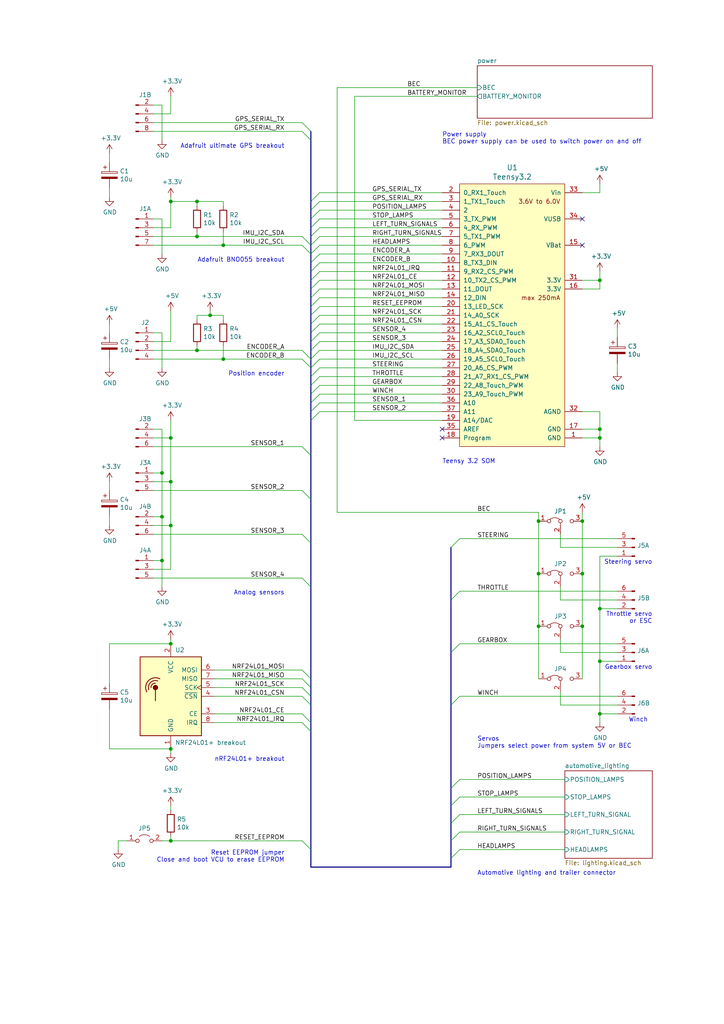
<source format=kicad_sch>
(kicad_sch (version 20211123) (generator eeschema)
  (paper "A4" portrait)
  (title_block (title "Earth Rover") (date "2020-08-05") (rev "9") (company "Vijfendertig BVBA") (comment 1 "Maarten De Munck") (comment 2 "Vehicle Control Unit"))
  (lib_symbols
    (symbol "Connector:Conn_01x04_Male" (pin_names (offset 1.016) hide)
      (property "Reference" "J" (at 0 5.08 0))
      (property "Value" "Conn_01x04_Male" (at 0 -7.62 0))
      (symbol "Conn_01x04_Male_1_1"
        (polyline (pts (xy 1.27 -5.08) (xy 0.8636 -5.08)) (stroke (width 0.1524)))
        (polyline (pts (xy 1.27 -2.54) (xy 0.8636 -2.54)) (stroke (width 0.1524)))
        (polyline (pts (xy 1.27 0) (xy 0.8636 0)) (stroke (width 0.1524)))
        (polyline (pts (xy 1.27 2.54) (xy 0.8636 2.54)) (stroke (width 0.1524)))
        (rectangle (start 0.8636 -4.953) (end 0 -5.207) (stroke (width 0.1524)) (fill (type outline)))
        (rectangle (start 0.8636 -2.413) (end 0 -2.667) (stroke (width 0.1524)) (fill (type outline)))
        (rectangle (start 0.8636 0.127) (end 0 -0.127) (stroke (width 0.1524)) (fill (type outline)))
        (rectangle (start 0.8636 2.667) (end 0 2.413) (stroke (width 0.1524)) (fill (type outline)))
        (pin passive line (at 5.08 2.54 180) (length 3.81) (name "Pin_1") (number "1"))
        (pin passive line (at 5.08 0 180) (length 3.81) (name "Pin_2") (number "2"))
        (pin passive line (at 5.08 -2.54 180) (length 3.81) (name "Pin_3") (number "3"))
        (pin passive line (at 5.08 -5.08 180) (length 3.81) (name "Pin_4") (number "4"))
      )
    )
    (symbol "Device:C_Polarized" (pin_numbers hide) (pin_names (offset 0.254))
      (property "Reference" "C" (at 0.635 2.54 0))
      (property "Value" "C_Polarized" (at 0.635 -2.54 0))
      (symbol "C_Polarized_0_1"
        (rectangle (start -2.286 0.508) (end 2.286 1.016))
        (polyline (pts (xy -1.778 2.286) (xy -0.762 2.286)))
        (polyline (pts (xy -1.27 2.794) (xy -1.27 1.778)))
        (rectangle (start 2.286 -0.508) (end -2.286 -1.016) (fill (type outline)))
      )
      (symbol "C_Polarized_1_1"
        (pin passive line (at 0 3.81 270) (length 2.794) (name "~") (number "1"))
        (pin passive line (at 0 -3.81 90) (length 2.794) (name "~") (number "2"))
      )
    )
    (symbol "Device:R" (pin_numbers hide) (pin_names (offset 0))
      (property "Reference" "R" (at 2.032 0 90))
      (property "Value" "R" (at 0 0 90))
      (symbol "R_0_1"
        (rectangle (start -1.016 -2.54) (end 1.016 2.54) (stroke (width 0.254)))
      )
      (symbol "R_1_1"
        (pin passive line (at 0 3.81 270) (length 1.27) (name "~") (number "1"))
        (pin passive line (at 0 -3.81 90) (length 1.27) (name "~") (number "2"))
      )
    )
    (symbol "Jumper:Jumper_2_Open" (pin_names (offset 0) hide)
      (property "Reference" "JP" (at 0 2.794 0))
      (property "Value" "Jumper_2_Open" (at 0 -2.286 0))
      (symbol "Jumper_2_Open_0_0"
        (circle (center -2.032 0) (radius 0.508))
        (circle (center 2.032 0) (radius 0.508))
      )
      (symbol "Jumper_2_Open_0_1"
        (arc (start 1.524 1.27) (mid 0 1.778) (end -1.524 1.27))
      )
      (symbol "Jumper_2_Open_1_1"
        (pin passive line (at -5.08 0 0) (length 2.54) (name "A") (number "1"))
        (pin passive line (at 5.08 0 180) (length 2.54) (name "B") (number "2"))
      )
    )
    (symbol "RF:NRF24L01_Breakout" (pin_names (offset 1.016))
      (property "Reference" "U" (at -8.89 12.7 0))
      (property "Value" "NRF24L01_Breakout" (at 3.81 12.7 0))
      (symbol "NRF24L01_Breakout_0_1"
        (rectangle (start -8.89 11.43) (end 8.89 -11.43) (stroke (width 0.254)) (fill (type background)))
        (polyline (pts (xy 4.445 1.905) (xy 4.445 -1.27)) (stroke (width 0.254)))
        (circle (center 4.445 2.54) (radius 0.635) (stroke (width 0.254)) (fill (type outline)))
        (arc (start 5.715 2.54) (mid 5.3521 3.4546) (end 4.445 3.81) (stroke (width 0.254)))
        (arc (start 6.35 1.905) (mid 5.8763 3.9854) (end 3.81 4.445) (stroke (width 0.254)))
        (arc (start 6.985 1.27) (mid 6.453 4.548) (end 3.175 5.08) (stroke (width 0.254)))
      )
      (symbol "NRF24L01_Breakout_1_1"
        (pin power_in line (at 0 -15.24 90) (length 3.81) (name "GND") (number "1"))
        (pin power_in line (at 0 15.24 270) (length 3.81) (name "VCC") (number "2"))
        (pin input line (at -12.7 -5.08 0) (length 3.81) (name "CE") (number "3"))
        (pin input line (at -12.7 0 0) (length 3.81) (name "~{CSN}") (number "4"))
        (pin input clock (at -12.7 2.54 0) (length 3.81) (name "SCK") (number "5"))
        (pin input line (at -12.7 7.62 0) (length 3.81) (name "MOSI") (number "6"))
        (pin output line (at -12.7 5.08 0) (length 3.81) (name "MISO") (number "7"))
        (pin output line (at -12.7 -7.62 0) (length 3.81) (name "IRQ") (number "8"))
      )
    )
    (symbol "earth-rover-symbols:Conn_02x03_Male_UnitPerRow" (pin_names (offset 1.016) hide)
      (property "Reference" "J" (at 0 5.08 0))
      (property "Value" "Conn_02x03_Male_UnitPerRow" (at 0 -5.08 0))
      (symbol "Conn_02x03_Male_UnitPerRow_1_1"
        (polyline (pts (xy 1.27 -2.54) (xy 0.8636 -2.54)) (stroke (width 0.1524)))
        (polyline (pts (xy 1.27 0) (xy 0.8636 0)) (stroke (width 0.1524)))
        (polyline (pts (xy 1.27 2.54) (xy 0.8636 2.54)) (stroke (width 0.1524)))
        (rectangle (start 0.8636 -2.413) (end 0 -2.667) (stroke (width 0.1524)) (fill (type outline)))
        (rectangle (start 0.8636 0.127) (end 0 -0.127) (stroke (width 0.1524)) (fill (type outline)))
        (rectangle (start 0.8636 2.667) (end 0 2.413) (stroke (width 0.1524)) (fill (type outline)))
        (pin passive line (at 5.08 2.54 180) (length 3.81) (name "Pin_1") (number "1"))
        (pin passive line (at 5.08 0 180) (length 3.81) (name "Pin_3") (number "3"))
        (pin passive line (at 5.08 -2.54 180) (length 3.81) (name "Pin_5") (number "5"))
      )
      (symbol "Conn_02x03_Male_UnitPerRow_2_1"
        (polyline (pts (xy 1.27 -2.54) (xy 0.8636 -2.54)) (stroke (width 0.1524)))
        (polyline (pts (xy 1.27 0) (xy 0.8636 0)) (stroke (width 0.1524)))
        (polyline (pts (xy 1.27 2.54) (xy 0.8636 2.54)) (stroke (width 0.1524)))
        (rectangle (start 0.8636 -2.413) (end 0 -2.667) (stroke (width 0.1524)) (fill (type outline)))
        (rectangle (start 0.8636 0.127) (end 0 -0.127) (stroke (width 0.1524)) (fill (type outline)))
        (rectangle (start 0.8636 2.667) (end 0 2.413) (stroke (width 0.1524)) (fill (type outline)))
        (pin passive line (at 5.08 2.54 180) (length 3.81) (name "Pin_2") (number "2"))
        (pin passive line (at 5.08 0 180) (length 3.81) (name "Pin_4") (number "4"))
        (pin passive line (at 5.08 -2.54 180) (length 3.81) (name "Pin_6") (number "6"))
      )
    )
    (symbol "earth-rover-symbols:Conn_02x04_Male_UnitPerRow" (pin_names (offset 1.016) hide)
      (property "Reference" "J" (at 0 5.08 0))
      (property "Value" "Conn_02x04_Male_UnitPerRow" (at 0 -7.62 0))
      (symbol "Conn_02x04_Male_UnitPerRow_1_1"
        (polyline (pts (xy 1.27 -5.08) (xy 0.8636 -5.08)) (stroke (width 0.1524)))
        (polyline (pts (xy 1.27 -2.54) (xy 0.8636 -2.54)) (stroke (width 0.1524)))
        (polyline (pts (xy 1.27 0) (xy 0.8636 0)) (stroke (width 0.1524)))
        (polyline (pts (xy 1.27 2.54) (xy 0.8636 2.54)) (stroke (width 0.1524)))
        (rectangle (start 0.8636 -4.953) (end 0 -5.207) (stroke (width 0.1524)) (fill (type outline)))
        (rectangle (start 0.8636 -2.413) (end 0 -2.667) (stroke (width 0.1524)) (fill (type outline)))
        (rectangle (start 0.8636 0.127) (end 0 -0.127) (stroke (width 0.1524)) (fill (type outline)))
        (rectangle (start 0.8636 2.667) (end 0 2.413) (stroke (width 0.1524)) (fill (type outline)))
        (pin passive line (at 5.08 2.54 180) (length 3.81) (name "Pin_1") (number "1"))
        (pin passive line (at 5.08 0 180) (length 3.81) (name "Pin_3") (number "3"))
        (pin passive line (at 5.08 -2.54 180) (length 3.81) (name "Pin_5") (number "5"))
        (pin passive line (at 5.08 -5.08 180) (length 3.81) (name "Pin_7") (number "7"))
      )
      (symbol "Conn_02x04_Male_UnitPerRow_2_1"
        (polyline (pts (xy 1.27 -5.08) (xy 0.8636 -5.08)) (stroke (width 0.1524)))
        (polyline (pts (xy 1.27 -2.54) (xy 0.8636 -2.54)) (stroke (width 0.1524)))
        (polyline (pts (xy 1.27 0) (xy 0.8636 0)) (stroke (width 0.1524)))
        (polyline (pts (xy 1.27 2.54) (xy 0.8636 2.54)) (stroke (width 0.1524)))
        (rectangle (start 0.8636 -4.953) (end 0 -5.207) (stroke (width 0.1524)) (fill (type outline)))
        (rectangle (start 0.8636 -2.413) (end 0 -2.667) (stroke (width 0.1524)) (fill (type outline)))
        (rectangle (start 0.8636 0.127) (end 0 -0.127) (stroke (width 0.1524)) (fill (type outline)))
        (rectangle (start 0.8636 2.667) (end 0 2.413) (stroke (width 0.1524)) (fill (type outline)))
        (pin passive line (at 5.08 2.54 180) (length 3.81) (name "Pin_2") (number "2"))
        (pin passive line (at 5.08 0 180) (length 3.81) (name "Pin_4") (number "4"))
        (pin passive line (at 5.08 -2.54 180) (length 3.81) (name "Pin_6") (number "6"))
        (pin passive line (at 5.08 -5.08 180) (length 3.81) (name "Pin_8") (number "8"))
      )
    )
    (symbol "earth-rover-symbols:Jumper_3_Bridged12" (pin_names (offset 0) hide)
      (property "Reference" "JP" (at -2.54 -2.54 0))
      (property "Value" "Jumper_3_Bridged12" (at 0 2.794 0))
      (symbol "Jumper_3_Bridged12_0_0"
        (circle (center -3.302 0) (radius 0.508))
        (circle (center 0 0) (radius 0.508))
        (circle (center 3.302 0) (radius 0.508))
      )
      (symbol "Jumper_3_Bridged12_0_1"
        (arc (start -0.254 0.508) (mid -1.651 0.9912) (end -3.048 0.508))
        (polyline (pts (xy 0 -1.27) (xy 0 -0.508)))
      )
      (symbol "Jumper_3_Bridged12_1_1"
        (pin passive line (at -6.35 0 0) (length 2.54) (name "A") (number "1"))
        (pin passive line (at 0 -3.81 90) (length 2.54) (name "C") (number "2"))
        (pin passive line (at 6.35 0 180) (length 2.54) (name "B") (number "3"))
      )
    )
    (symbol "earth-rover-symbols:Teensy3.2" (pin_names (offset 1.016))
      (property "Reference" "U" (at 15.24 5.08 0))
      (property "Value" "Teensy3.2" (at 15.24 -76.2 0))
      (symbol "Teensy3.2_0_0"
        (rectangle (start 0 2.54) (end 30.48 -73.66) (fill (type background)))
        (text "3.6V to 6.0V" (at 29.21 -2.54 0) (effects (font (size 1.27 1.27)) (justify right)))
        (text "max 250mA" (at 29.21 -30.48 0) (effects (font (size 1.27 1.27)) (justify right)))
      )
      (symbol "Teensy3.2_1_1"
        (pin power_in line (at 35.56 -71.12 180) (length 5.08) (name "GND") (number "1"))
        (pin bidirectional line (at -5.08 -20.32 0) (length 5.08) (name "8_TX3_DIN") (number "10"))
        (pin bidirectional line (at -5.08 -22.86 0) (length 5.08) (name "9_RX2_CS_PWM") (number "11"))
        (pin bidirectional line (at -5.08 -25.4 0) (length 5.08) (name "10_TX2_CS_PWM") (number "12"))
        (pin bidirectional line (at -5.08 -27.94 0) (length 5.08) (name "11_DOUT") (number "13"))
        (pin bidirectional line (at -5.08 -30.48 0) (length 5.08) (name "12_DIN") (number "14"))
        (pin power_in line (at 35.56 -15.24 180) (length 5.08) (name "VBat") (number "15"))
        (pin passive line (at 35.56 -27.94 180) (length 5.08) (name "3.3V") (number "16"))
        (pin power_in line (at 35.56 -68.58 180) (length 5.08) (name "GND") (number "17"))
        (pin input line (at -5.08 -71.12 0) (length 5.08) (name "Program") (number "18"))
        (pin bidirectional line (at -5.08 -66.04 0) (length 5.08) (name "A14/DAC") (number "19"))
        (pin bidirectional line (at -5.08 0 0) (length 5.08) (name "0_RX1_Touch") (number "2"))
        (pin bidirectional line (at -5.08 -33.02 0) (length 5.08) (name "13_LED_SCK") (number "20"))
        (pin bidirectional line (at -5.08 -35.56 0) (length 5.08) (name "14_A0_SCK") (number "21"))
        (pin bidirectional line (at -5.08 -38.1 0) (length 5.08) (name "15_A1_CS_Touch") (number "22"))
        (pin bidirectional line (at -5.08 -40.64 0) (length 5.08) (name "16_A2_SCL0_Touch") (number "23"))
        (pin bidirectional line (at -5.08 -43.18 0) (length 5.08) (name "17_A3_SDA0_Touch") (number "24"))
        (pin bidirectional line (at -5.08 -45.72 0) (length 5.08) (name "18_A4_SDA0_Touch") (number "25"))
        (pin bidirectional line (at -5.08 -48.26 0) (length 5.08) (name "19_A5_SCL0_Touch") (number "26"))
        (pin bidirectional line (at -5.08 -50.8 0) (length 5.08) (name "20_A6_CS_PWM") (number "27"))
        (pin bidirectional line (at -5.08 -53.34 0) (length 5.08) (name "21_A7_RX1_CS_PWM") (number "28"))
        (pin bidirectional line (at -5.08 -55.88 0) (length 5.08) (name "22_A8_Touch_PWM") (number "29"))
        (pin bidirectional line (at -5.08 -2.54 0) (length 5.08) (name "1_TX1_Touch") (number "3"))
        (pin bidirectional line (at -5.08 -58.42 0) (length 5.08) (name "23_A9_Touch_PWM") (number "30"))
        (pin power_out line (at 35.56 -25.4 180) (length 5.08) (name "3.3V") (number "31"))
        (pin passive line (at 35.56 -63.5 180) (length 5.08) (name "AGND") (number "32"))
        (pin power_in line (at 35.56 0 180) (length 5.08) (name "Vin") (number "33"))
        (pin power_in line (at 35.56 -7.62 180) (length 5.08) (name "VUSB") (number "34"))
        (pin input line (at -5.08 -68.58 0) (length 5.08) (name "AREF") (number "35"))
        (pin bidirectional line (at -5.08 -60.96 0) (length 5.08) (name "A10") (number "36"))
        (pin bidirectional line (at -5.08 -63.5 0) (length 5.08) (name "A11") (number "37"))
        (pin bidirectional line (at -5.08 -5.08 0) (length 5.08) (name "2") (number "4"))
        (pin bidirectional line (at -5.08 -7.62 0) (length 5.08) (name "3_TX_PWM") (number "5"))
        (pin bidirectional line (at -5.08 -10.16 0) (length 5.08) (name "4_RX_PWM") (number "6"))
        (pin bidirectional line (at -5.08 -12.7 0) (length 5.08) (name "5_TX1_PWM") (number "7"))
        (pin bidirectional line (at -5.08 -15.24 0) (length 5.08) (name "6_PWM") (number "8"))
        (pin bidirectional line (at -5.08 -17.78 0) (length 5.08) (name "7_RX3_DOUT") (number "9"))
      )
    )
    (symbol "power:+3.3V" (power) (pin_names (offset 0))
      (property "Value" "+3.3V" (at 0 3.556 0))
      (symbol "+3.3V_0_1"
        (polyline (pts (xy -0.762 1.27) (xy 0 2.54)))
        (polyline (pts (xy 0 0) (xy 0 2.54)))
        (polyline (pts (xy 0 2.54) (xy 0.762 1.27)))
      )
      (symbol "+3.3V_1_1"
        (pin power_in line (at 0 0 90) (length 0) hide (name "+3.3V") (number "1"))
      )
    )
    (symbol "power:+5V" (power) (pin_names (offset 0))
      (property "Value" "+5V" (at 0 3.556 0))
      (symbol "+5V_0_1"
        (polyline (pts (xy -0.762 1.27) (xy 0 2.54)))
        (polyline (pts (xy 0 0) (xy 0 2.54)))
        (polyline (pts (xy 0 2.54) (xy 0.762 1.27)))
      )
      (symbol "+5V_1_1"
        (pin power_in line (at 0 0 90) (length 0) hide (name "+5V") (number "1"))
      )
    )
    (symbol "power:GND" (power) (pin_names (offset 0))
      (property "Value" "GND" (at 0 -3.81 0))
      (symbol "GND_0_1"
        (polyline (pts (xy 0 0) (xy 0 -1.27) (xy 1.27 -1.27) (xy 0 -2.54) (xy -1.27 -1.27) (xy 0 -1.27)))
      )
      (symbol "GND_1_1"
        (pin power_in line (at 0 0 270) (length 0) hide (name "GND") (number "1"))
      )
    )
  )
  (junction (at 173.99 207.01))
  (junction (at 46.99 149.86))
  (junction (at 64.77 104.14))
  (junction (at 49.53 58.42))
  (junction (at 57.15 101.6))
  (junction (at 49.53 139.7))
  (junction (at 168.91 151.13))
  (junction (at 60.96 91.44))
  (junction (at 156.21 181.61))
  (junction (at 168.91 166.37))
  (junction (at 173.99 81.28))
  (junction (at 156.21 151.13))
  (junction (at 49.53 217.17))
  (junction (at 173.99 127))
  (junction (at 46.99 162.56))
  (junction (at 64.77 71.12))
  (junction (at 49.53 152.4))
  (junction (at 46.99 137.16))
  (junction (at 173.99 124.46))
  (junction (at 49.53 186.69))
  (junction (at 173.99 176.53))
  (junction (at 49.53 127))
  (junction (at 156.21 166.37))
  (junction (at 173.99 191.77))
  (junction (at 168.91 181.61))
  (junction (at 57.15 68.58))
  (junction (at 57.15 58.42))
  (junction (at 49.53 243.84))
  (no_connect (at 168.91 63.5))
  (no_connect (at 128.27 124.46))
  (no_connect (at 128.27 127))
  (no_connect (at 168.91 71.12))
  (bus_entry (at 92.71 111.76) (size -2.54 2.54))
  (bus_entry (at 87.63 71.12) (size 2.54 2.54))
  (bus_entry (at 133.35 171.45) (size -2.54 2.54))
  (bus_entry (at 92.71 83.82) (size -2.54 2.54))
  (bus_entry (at 133.35 226.06) (size -2.54 2.54))
  (bus_entry (at 92.71 88.9) (size -2.54 2.54))
  (bus_entry (at 133.35 231.14) (size -2.54 2.54))
  (bus_entry (at 133.35 241.3) (size -2.54 2.54))
  (bus_entry (at 87.63 196.85) (size 2.54 2.54))
  (bus_entry (at 87.63 38.1) (size 2.54 2.54))
  (bus_entry (at 92.71 66.04) (size -2.54 2.54))
  (bus_entry (at 92.71 76.2) (size -2.54 2.54))
  (bus_entry (at 92.71 93.98) (size -2.54 2.54))
  (bus_entry (at 87.63 154.94) (size 2.54 2.54))
  (bus_entry (at 92.71 60.96) (size -2.54 2.54))
  (bus_entry (at 133.35 156.21) (size -2.54 2.54))
  (bus_entry (at 133.35 246.38) (size -2.54 2.54))
  (bus_entry (at 87.63 68.58) (size 2.54 2.54))
  (bus_entry (at 92.71 73.66) (size -2.54 2.54))
  (bus_entry (at 87.63 167.64) (size 2.54 2.54))
  (bus_entry (at 92.71 106.68) (size -2.54 2.54))
  (bus_entry (at 87.63 129.54) (size 2.54 2.54))
  (bus_entry (at 87.63 101.6) (size 2.54 2.54))
  (bus_entry (at 92.71 99.06) (size -2.54 2.54))
  (bus_entry (at 87.63 142.24) (size 2.54 2.54))
  (bus_entry (at 92.71 58.42) (size -2.54 2.54))
  (bus_entry (at 87.63 35.56) (size 2.54 2.54))
  (bus_entry (at 92.71 68.58) (size -2.54 2.54))
  (bus_entry (at 133.35 186.69) (size -2.54 2.54))
  (bus_entry (at 92.71 96.52) (size -2.54 2.54))
  (bus_entry (at 87.63 201.93) (size 2.54 2.54))
  (bus_entry (at 87.63 199.39) (size 2.54 2.54))
  (bus_entry (at 92.71 91.44) (size -2.54 2.54))
  (bus_entry (at 92.71 78.74) (size -2.54 2.54))
  (bus_entry (at 133.35 201.93) (size -2.54 2.54))
  (bus_entry (at 92.71 104.14) (size -2.54 2.54))
  (bus_entry (at 92.71 55.88) (size -2.54 2.54))
  (bus_entry (at 92.71 116.84) (size -2.54 2.54))
  (bus_entry (at 92.71 109.22) (size -2.54 2.54))
  (bus_entry (at 92.71 119.38) (size -2.54 2.54))
  (bus_entry (at 133.35 236.22) (size -2.54 2.54))
  (bus_entry (at 87.63 194.31) (size 2.54 2.54))
  (bus_entry (at 92.71 81.28) (size -2.54 2.54))
  (bus_entry (at 92.71 114.3) (size -2.54 2.54))
  (bus_entry (at 87.63 104.14) (size 2.54 2.54))
  (bus_entry (at 92.71 86.36) (size -2.54 2.54))
  (bus_entry (at 92.71 63.5) (size -2.54 2.54))
  (bus_entry (at 87.63 209.55) (size 2.54 2.54))
  (bus_entry (at 87.63 207.01) (size 2.54 2.54))
  (bus_entry (at 92.71 101.6) (size -2.54 2.54))
  (bus_entry (at 87.63 243.84) (size 2.54 2.54))
  (bus_entry (at 92.71 71.12) (size -2.54 2.54))
  (bus (pts (xy 90.17 78.74) (xy 90.17 81.28)))
  (bus (pts (xy 130.81 248.92) (xy 130.81 251.46)))
  (wire (pts (xy 92.71 63.5) (xy 128.27 63.5)))
  (wire (pts (xy 173.99 53.34) (xy 173.99 55.88)))
  (wire (pts (xy 133.35 246.38) (xy 163.83 246.38)))
  (bus (pts (xy 90.17 251.46) (xy 130.81 251.46)))
  (wire (pts (xy 49.53 127) (xy 49.53 139.7)))
  (bus (pts (xy 90.17 121.92) (xy 90.17 132.08)))
  (wire (pts (xy 97.79 148.59) (xy 156.21 148.59)))
  (bus (pts (xy 90.17 71.12) (xy 90.17 73.66)))
  (wire (pts (xy 156.21 151.13) (xy 156.21 166.37)))
  (bus (pts (xy 90.17 99.06) (xy 90.17 101.6)))
  (wire (pts (xy 173.99 124.46) (xy 168.91 124.46)))
  (wire (pts (xy 31.75 93.98) (xy 31.75 96.52)))
  (wire (pts (xy 133.35 226.06) (xy 163.83 226.06)))
  (wire (pts (xy 173.99 191.77) (xy 173.99 207.01)))
  (wire (pts (xy 162.56 200.66) (xy 162.56 204.47)))
  (wire (pts (xy 62.23 201.93) (xy 87.63 201.93)))
  (wire (pts (xy 64.77 67.31) (xy 64.77 71.12)))
  (wire (pts (xy 168.91 181.61) (xy 168.91 196.85)))
  (wire (pts (xy 92.71 86.36) (xy 128.27 86.36)))
  (wire (pts (xy 49.53 218.44) (xy 49.53 217.17)))
  (wire (pts (xy 156.21 151.13) (xy 156.21 148.59)))
  (wire (pts (xy 44.45 124.46) (xy 46.99 124.46)))
  (wire (pts (xy 44.45 137.16) (xy 46.99 137.16)))
  (wire (pts (xy 49.53 186.69) (xy 31.75 186.69)))
  (wire (pts (xy 60.96 91.44) (xy 60.96 90.17)))
  (wire (pts (xy 168.91 166.37) (xy 168.91 181.61)))
  (bus (pts (xy 130.81 228.6) (xy 130.81 233.68)))
  (wire (pts (xy 133.35 186.69) (xy 179.07 186.69)))
  (bus (pts (xy 90.17 63.5) (xy 90.17 66.04)))
  (wire (pts (xy 92.71 73.66) (xy 128.27 73.66)))
  (wire (pts (xy 49.53 242.57) (xy 49.53 243.84)))
  (bus (pts (xy 90.17 212.09) (xy 90.17 246.38)))
  (wire (pts (xy 49.53 127) (xy 49.53 121.92)))
  (wire (pts (xy 64.77 104.14) (xy 87.63 104.14)))
  (wire (pts (xy 64.77 58.42) (xy 64.77 59.69)))
  (bus (pts (xy 90.17 66.04) (xy 90.17 68.58)))
  (bus (pts (xy 90.17 40.64) (xy 90.17 58.42)))
  (bus (pts (xy 90.17 96.52) (xy 90.17 99.06)))
  (bus (pts (xy 90.17 68.58) (xy 90.17 71.12)))
  (wire (pts (xy 49.53 165.1) (xy 44.45 165.1)))
  (wire (pts (xy 173.99 127) (xy 173.99 129.54)))
  (wire (pts (xy 162.56 204.47) (xy 179.07 204.47)))
  (wire (pts (xy 49.53 185.42) (xy 49.53 186.69)))
  (wire (pts (xy 31.75 217.17) (xy 31.75 205.74)))
  (wire (pts (xy 49.53 58.42) (xy 57.15 58.42)))
  (wire (pts (xy 57.15 58.42) (xy 64.77 58.42)))
  (wire (pts (xy 44.45 142.24) (xy 87.63 142.24)))
  (wire (pts (xy 44.45 35.56) (xy 87.63 35.56)))
  (wire (pts (xy 64.77 91.44) (xy 64.77 92.71)))
  (bus (pts (xy 90.17 60.96) (xy 90.17 63.5)))
  (bus (pts (xy 130.81 204.47) (xy 130.81 228.6)))
  (bus (pts (xy 90.17 38.1) (xy 90.17 40.64)))
  (wire (pts (xy 162.56 173.99) (xy 179.07 173.99)))
  (wire (pts (xy 46.99 124.46) (xy 46.99 137.16)))
  (bus (pts (xy 90.17 88.9) (xy 90.17 91.44)))
  (wire (pts (xy 173.99 55.88) (xy 168.91 55.88)))
  (wire (pts (xy 92.71 116.84) (xy 128.27 116.84)))
  (wire (pts (xy 44.45 127) (xy 49.53 127)))
  (wire (pts (xy 44.45 63.5) (xy 46.99 63.5)))
  (bus (pts (xy 90.17 199.39) (xy 90.17 201.93)))
  (bus (pts (xy 130.81 233.68) (xy 130.81 238.76)))
  (wire (pts (xy 57.15 101.6) (xy 87.63 101.6)))
  (wire (pts (xy 173.99 81.28) (xy 173.99 78.74)))
  (wire (pts (xy 44.45 66.04) (xy 49.53 66.04)))
  (bus (pts (xy 90.17 196.85) (xy 90.17 199.39)))
  (bus (pts (xy 90.17 170.18) (xy 90.17 196.85)))
  (wire (pts (xy 44.45 71.12) (xy 64.77 71.12)))
  (wire (pts (xy 31.75 139.7) (xy 31.75 142.24)))
  (wire (pts (xy 179.07 207.01) (xy 173.99 207.01)))
  (wire (pts (xy 57.15 100.33) (xy 57.15 101.6)))
  (wire (pts (xy 173.99 127) (xy 168.91 127)))
  (bus (pts (xy 90.17 58.42) (xy 90.17 60.96)))
  (bus (pts (xy 90.17 132.08) (xy 90.17 144.78)))
  (wire (pts (xy 168.91 119.38) (xy 173.99 119.38)))
  (bus (pts (xy 90.17 86.36) (xy 90.17 88.9)))
  (bus (pts (xy 90.17 101.6) (xy 90.17 104.14)))
  (bus (pts (xy 90.17 81.28) (xy 90.17 83.82)))
  (bus (pts (xy 90.17 246.38) (xy 90.17 251.46)))
  (wire (pts (xy 133.35 231.14) (xy 163.83 231.14)))
  (wire (pts (xy 92.71 109.22) (xy 128.27 109.22)))
  (wire (pts (xy 128.27 121.92) (xy 102.87 121.92)))
  (wire (pts (xy 62.23 199.39) (xy 87.63 199.39)))
  (bus (pts (xy 130.81 238.76) (xy 130.81 243.84)))
  (wire (pts (xy 179.07 97.79) (xy 179.07 95.25)))
  (wire (pts (xy 44.45 162.56) (xy 46.99 162.56)))
  (wire (pts (xy 92.71 71.12) (xy 128.27 71.12)))
  (wire (pts (xy 31.75 54.61) (xy 31.75 57.15)))
  (bus (pts (xy 90.17 73.66) (xy 90.17 76.2)))
  (wire (pts (xy 173.99 176.53) (xy 173.99 191.77)))
  (wire (pts (xy 173.99 161.29) (xy 173.99 176.53)))
  (wire (pts (xy 133.35 241.3) (xy 163.83 241.3)))
  (wire (pts (xy 156.21 181.61) (xy 156.21 196.85)))
  (wire (pts (xy 44.45 101.6) (xy 57.15 101.6)))
  (wire (pts (xy 162.56 170.18) (xy 162.56 173.99)))
  (wire (pts (xy 49.53 139.7) (xy 44.45 139.7)))
  (wire (pts (xy 97.79 25.4) (xy 97.79 148.59)))
  (wire (pts (xy 49.53 152.4) (xy 44.45 152.4)))
  (wire (pts (xy 44.45 129.54) (xy 87.63 129.54)))
  (wire (pts (xy 92.71 99.06) (xy 128.27 99.06)))
  (bus (pts (xy 90.17 201.93) (xy 90.17 204.47)))
  (wire (pts (xy 49.53 152.4) (xy 49.53 165.1)))
  (wire (pts (xy 92.71 66.04) (xy 128.27 66.04)))
  (bus (pts (xy 130.81 173.99) (xy 130.81 189.23)))
  (bus (pts (xy 90.17 204.47) (xy 90.17 209.55)))
  (wire (pts (xy 44.45 149.86) (xy 46.99 149.86)))
  (bus (pts (xy 90.17 114.3) (xy 90.17 116.84)))
  (bus (pts (xy 90.17 157.48) (xy 90.17 170.18)))
  (wire (pts (xy 92.71 96.52) (xy 128.27 96.52)))
  (wire (pts (xy 34.29 243.84) (xy 34.29 246.38)))
  (wire (pts (xy 173.99 119.38) (xy 173.99 124.46)))
  (wire (pts (xy 173.99 83.82) (xy 173.99 81.28)))
  (wire (pts (xy 31.75 104.14) (xy 31.75 106.68)))
  (wire (pts (xy 44.45 99.06) (xy 49.53 99.06)))
  (wire (pts (xy 179.07 176.53) (xy 173.99 176.53)))
  (bus (pts (xy 130.81 243.84) (xy 130.81 248.92)))
  (wire (pts (xy 92.71 93.98) (xy 128.27 93.98)))
  (wire (pts (xy 92.71 81.28) (xy 128.27 81.28)))
  (bus (pts (xy 90.17 93.98) (xy 90.17 96.52)))
  (bus (pts (xy 90.17 83.82) (xy 90.17 86.36)))
  (wire (pts (xy 62.23 194.31) (xy 87.63 194.31)))
  (bus (pts (xy 130.81 158.75) (xy 130.81 173.99)))
  (wire (pts (xy 49.53 33.02) (xy 49.53 27.94)))
  (wire (pts (xy 92.71 55.88) (xy 128.27 55.88)))
  (wire (pts (xy 173.99 81.28) (xy 168.91 81.28)))
  (wire (pts (xy 31.75 149.86) (xy 31.75 152.4)))
  (bus (pts (xy 130.81 189.23) (xy 130.81 204.47)))
  (wire (pts (xy 168.91 83.82) (xy 173.99 83.82)))
  (wire (pts (xy 46.99 137.16) (xy 46.99 149.86)))
  (wire (pts (xy 57.15 67.31) (xy 57.15 68.58)))
  (wire (pts (xy 133.35 201.93) (xy 179.07 201.93)))
  (wire (pts (xy 92.71 91.44) (xy 128.27 91.44)))
  (wire (pts (xy 92.71 58.42) (xy 128.27 58.42)))
  (wire (pts (xy 179.07 107.95) (xy 179.07 105.41)))
  (wire (pts (xy 57.15 68.58) (xy 87.63 68.58)))
  (wire (pts (xy 173.99 124.46) (xy 173.99 127)))
  (wire (pts (xy 44.45 38.1) (xy 87.63 38.1)))
  (bus (pts (xy 90.17 111.76) (xy 90.17 114.3)))
  (wire (pts (xy 162.56 154.94) (xy 162.56 158.75)))
  (wire (pts (xy 44.45 30.48) (xy 46.99 30.48)))
  (wire (pts (xy 162.56 185.42) (xy 162.56 189.23)))
  (wire (pts (xy 44.45 154.94) (xy 87.63 154.94)))
  (wire (pts (xy 156.21 166.37) (xy 156.21 181.61)))
  (bus (pts (xy 90.17 119.38) (xy 90.17 121.92)))
  (bus (pts (xy 90.17 91.44) (xy 90.17 93.98)))
  (wire (pts (xy 46.99 162.56) (xy 46.99 170.18)))
  (wire (pts (xy 102.87 27.94) (xy 138.43 27.94)))
  (wire (pts (xy 44.45 167.64) (xy 87.63 167.64)))
  (wire (pts (xy 179.07 191.77) (xy 173.99 191.77)))
  (bus (pts (xy 90.17 76.2) (xy 90.17 78.74)))
  (wire (pts (xy 31.75 186.69) (xy 31.75 198.12)))
  (bus (pts (xy 90.17 209.55) (xy 90.17 212.09)))
  (wire (pts (xy 57.15 59.69) (xy 57.15 58.42)))
  (wire (pts (xy 92.71 114.3) (xy 128.27 114.3)))
  (wire (pts (xy 133.35 236.22) (xy 163.83 236.22)))
  (wire (pts (xy 64.77 71.12) (xy 87.63 71.12)))
  (wire (pts (xy 46.99 243.84) (xy 49.53 243.84)))
  (wire (pts (xy 60.96 91.44) (xy 64.77 91.44)))
  (wire (pts (xy 62.23 207.01) (xy 87.63 207.01)))
  (wire (pts (xy 46.99 149.86) (xy 46.99 162.56)))
  (bus (pts (xy 90.17 116.84) (xy 90.17 119.38)))
  (wire (pts (xy 97.79 25.4) (xy 138.43 25.4)))
  (wire (pts (xy 46.99 63.5) (xy 46.99 73.66)))
  (wire (pts (xy 92.71 101.6) (xy 128.27 101.6)))
  (wire (pts (xy 57.15 92.71) (xy 57.15 91.44)))
  (wire (pts (xy 168.91 151.13) (xy 168.91 148.59)))
  (wire (pts (xy 49.53 233.68) (xy 49.53 234.95)))
  (bus (pts (xy 90.17 104.14) (xy 90.17 106.68)))
  (wire (pts (xy 133.35 171.45) (xy 179.07 171.45)))
  (wire (pts (xy 179.07 161.29) (xy 173.99 161.29)))
  (wire (pts (xy 62.23 196.85) (xy 87.63 196.85)))
  (wire (pts (xy 46.99 96.52) (xy 46.99 106.68)))
  (wire (pts (xy 92.71 119.38) (xy 128.27 119.38)))
  (wire (pts (xy 92.71 88.9) (xy 128.27 88.9)))
  (wire (pts (xy 62.23 209.55) (xy 87.63 209.55)))
  (wire (pts (xy 64.77 100.33) (xy 64.77 104.14)))
  (wire (pts (xy 162.56 189.23) (xy 179.07 189.23)))
  (bus (pts (xy 90.17 144.78) (xy 90.17 157.48)))
  (wire (pts (xy 49.53 217.17) (xy 31.75 217.17)))
  (wire (pts (xy 102.87 121.92) (xy 102.87 27.94)))
  (wire (pts (xy 44.45 96.52) (xy 46.99 96.52)))
  (wire (pts (xy 46.99 30.48) (xy 46.99 40.64)))
  (wire (pts (xy 92.71 111.76) (xy 128.27 111.76)))
  (wire (pts (xy 92.71 106.68) (xy 128.27 106.68)))
  (wire (pts (xy 44.45 68.58) (xy 57.15 68.58)))
  (wire (pts (xy 92.71 78.74) (xy 128.27 78.74)))
  (wire (pts (xy 173.99 207.01) (xy 173.99 209.55)))
  (wire (pts (xy 31.75 44.45) (xy 31.75 46.99)))
  (wire (pts (xy 133.35 156.21) (xy 179.07 156.21)))
  (bus (pts (xy 90.17 106.68) (xy 90.17 109.22)))
  (bus (pts (xy 90.17 109.22) (xy 90.17 111.76)))
  (wire (pts (xy 92.71 68.58) (xy 128.27 68.58)))
  (wire (pts (xy 92.71 60.96) (xy 128.27 60.96)))
  (wire (pts (xy 168.91 151.13) (xy 168.91 166.37)))
  (wire (pts (xy 162.56 158.75) (xy 179.07 158.75)))
  (wire (pts (xy 36.83 243.84) (xy 34.29 243.84)))
  (wire (pts (xy 92.71 83.82) (xy 128.27 83.82)))
  (wire (pts (xy 49.53 139.7) (xy 49.53 152.4)))
  (wire (pts (xy 92.71 104.14) (xy 128.27 104.14)))
  (wire (pts (xy 92.71 76.2) (xy 128.27 76.2)))
  (wire (pts (xy 49.53 243.84) (xy 87.63 243.84)))
  (wire (pts (xy 49.53 66.04) (xy 49.53 58.42)))
  (wire (pts (xy 49.53 33.02) (xy 44.45 33.02)))
  (wire (pts (xy 49.53 57.15) (xy 49.53 58.42)))
  (wire (pts (xy 57.15 91.44) (xy 60.96 91.44)))
  (wire (pts (xy 49.53 99.06) (xy 49.53 90.17)))
  (wire (pts (xy 44.45 104.14) (xy 64.77 104.14)))
  (text "Adafruit ultimate GPS breakout" (at 82.55 43.18 180) (effects (font (size 1.27 1.27)) (justify right bottom)))
  (text "Automotive lighting and trailer connector" (at 138.43 254 0) (effects (font (size 1.27 1.27)) (justify left bottom)))
  (text "Reset EEPROM jumper\nClose and boot VCU to erase EEPROM" (at 82.55 250.19 180) (effects (font (size 1.27 1.27)) (justify right bottom)))
  (text "Throttle servo\nor ESC" (at 189.23 180.975 180) (effects (font (size 1.27 1.27)) (justify right bottom)))
  (text "Adafruit BNO055 breakout" (at 82.55 76.2 180) (effects (font (size 1.27 1.27)) (justify right bottom)))
  (text "Steering servo" (at 189.23 163.83 180) (effects (font (size 1.27 1.27)) (justify right bottom)))
  (text "Power supply\nBEC power supply can be used to switch power on and off" (at 128.27 41.91 0) (effects (font (size 1.27 1.27)) (justify left bottom)))
  (text "Gearbox servo" (at 189.23 194.31 180) (effects (font (size 1.27 1.27)) (justify right bottom)))
  (text "Analog sensors" (at 82.55 172.72 180) (effects (font (size 1.27 1.27)) (justify right bottom)))
  (text "nRF24L01+ breakout" (at 82.55 220.98 180) (effects (font (size 1.27 1.27)) (justify right bottom)))
  (text "Winch" (at 187.96 209.55 180) (effects (font (size 1.27 1.27)) (justify right bottom)))
  (text "Servos\nJumpers select power from system 5V or BEC" (at 138.43 217.17 0) (effects (font (size 1.27 1.27)) (justify left bottom)))
  (text "Teensy 3.2 SOM" (at 128.27 134.62 0) (effects (font (size 1.27 1.27)) (justify left bottom)))
  (text "Position encoder" (at 82.55 109.22 180) (effects (font (size 1.27 1.27)) (justify right bottom)))
  (label "LEFT_TURN_SIGNALS" (at 138.43 236.22 0))
  (label "HEADLAMPS" (at 107.95 71.12 0))
  (label "SENSOR_1" (at 82.55 129.54 180))
  (label "NRF24L01_CSN" (at 82.55 201.93 180))
  (label "IMU_I2C_SCL" (at 82.55 71.12 180))
  (label "GPS_SERIAL_TX" (at 107.95 55.88 0))
  (label "SENSOR_3" (at 82.55 154.94 180))
  (label "GEARBOX" (at 107.95 111.76 0))
  (label "WINCH" (at 138.43 201.93 0))
  (label "HEADLAMPS" (at 138.43 246.38 0))
  (label "NRF24L01_MISO" (at 82.55 196.85 180))
  (label "NRF24L01_CE" (at 82.55 207.01 180))
  (label "GPS_SERIAL_RX" (at 82.55 38.1 180))
  (label "POSITION_LAMPS" (at 138.43 226.06 0))
  (label "RESET_EEPROM" (at 107.95 88.9 0))
  (label "NRF24L01_MOSI" (at 107.95 83.82 0))
  (label "POSITION_LAMPS" (at 107.95 60.96 0))
  (label "SENSOR_3" (at 107.95 99.06 0))
  (label "STEERING" (at 107.95 106.68 0))
  (label "IMU_I2C_SCL" (at 107.95 104.14 0))
  (label "GPS_SERIAL_TX" (at 82.55 35.56 180))
  (label "NRF24L01_MOSI" (at 82.55 194.31 180))
  (label "THROTTLE" (at 138.43 171.45 0))
  (label "NRF24L01_CSN" (at 107.95 93.98 0))
  (label "STOP_LAMPS" (at 138.43 231.14 0))
  (label "IMU_I2C_SDA" (at 82.55 68.58 180))
  (label "BATTERY_MONITOR" (at 118.11 27.94 0))
  (label "RIGHT_TURN_SIGNALS" (at 138.43 241.3 0))
  (label "ENCODER_A" (at 107.95 73.66 0))
  (label "NRF24L01_MISO" (at 107.95 86.36 0))
  (label "RESET_EEPROM" (at 82.55 243.84 180))
  (label "SENSOR_1" (at 107.95 116.84 0))
  (label "SENSOR_4" (at 107.95 96.52 0))
  (label "NRF24L01_IRQ" (at 107.95 78.74 0))
  (label "ENCODER_B" (at 82.55 104.14 180))
  (label "NRF24L01_SCK" (at 107.95 91.44 0))
  (label "SENSOR_2" (at 82.55 142.24 180))
  (label "NRF24L01_SCK" (at 82.55 199.39 180))
  (label "NRF24L01_CE" (at 107.95 81.28 0))
  (label "WINCH" (at 107.95 114.3 0))
  (label "THROTTLE" (at 107.95 109.22 0))
  (label "BEC" (at 138.43 148.59 0))
  (label "NRF24L01_IRQ" (at 82.55 209.55 180))
  (label "ENCODER_B" (at 107.95 76.2 0))
  (label "BEC" (at 118.11 25.4 0))
  (label "IMU_I2C_SDA" (at 107.95 101.6 0))
  (label "SENSOR_2" (at 107.95 119.38 0))
  (label "STOP_LAMPS" (at 107.95 63.5 0))
  (label "STEERING" (at 138.43 156.21 0))
  (label "ENCODER_A" (at 82.55 101.6 180))
  (label "SENSOR_4" (at 82.55 167.64 180))
  (label "RIGHT_TURN_SIGNALS" (at 107.95 68.58 0))
  (label "GPS_SERIAL_RX" (at 107.95 58.42 0))
  (label "LEFT_TURN_SIGNALS" (at 107.95 66.04 0))
  (label "GEARBOX" (at 138.43 186.69 0))
  (symbol (lib_id "earth-rover-symbols:Conn_02x03_Male_UnitPerRow") (at 184.15 158.75 180) (unit 1)
    (property "Reference" "J5" (at 184.8612 158.1912 0) (effects (justify right)))
    (property "Value" "Conn_02x03_Male" (effects hide))
    (property "Footprint" "Connector_PinHeader_2.54mm:PinHeader_2x03_P2.54mm_Horizontal" (effects hide))
  )
  (symbol (lib_id "earth-rover-symbols:Conn_02x03_Male_UnitPerRow") (at 184.15 173.99 180) (unit 2)
    (property "Reference" "J5" (at 184.8612 173.4312 0) (effects (justify right)))
    (property "Value" "Conn_02x03_Male" (effects hide))
    (property "Footprint" "Connector_PinHeader_2.54mm:PinHeader_2x03_P2.54mm_Horizontal" (effects hide))
  )
  (symbol (lib_id "earth-rover-symbols:Conn_02x03_Male_UnitPerRow") (at 184.15 189.23 180) (unit 1)
    (property "Reference" "J6" (at 184.8612 188.6712 0) (effects (justify right)))
    (property "Value" "Conn_02x03_Male" (effects hide))
    (property "Footprint" "Connector_PinHeader_2.54mm:PinHeader_2x03_P2.54mm_Horizontal" (effects hide))
  )
  (symbol (lib_id "earth-rover-symbols:Conn_02x03_Male_UnitPerRow") (at 184.15 204.47 180) (unit 2)
    (property "Reference" "J6" (at 184.8612 203.9112 0) (effects (justify right)))
    (property "Value" "Conn_02x03_Male" (effects hide))
    (property "Footprint" "Connector_PinHeader_2.54mm:PinHeader_2x03_P2.54mm_Horizontal" (effects hide))
  )
  (symbol (lib_id "power:GND") (at 173.99 209.55 0) (unit 1)
    (property "Reference" "#PWR023" (effects hide))
    (property "Value" "GND" (at 174.117 213.9442 0))
  )
  (symbol (lib_id "earth-rover-symbols:Jumper_3_Bridged12") (at 162.56 151.13 0) (unit 1)
    (property "Reference" "JP1" (at 162.56 148.2598 0))
    (property "Value" "Jumper_3_Bridged12" (effects hide))
    (property "Footprint" "Connector_PinHeader_2.54mm:PinHeader_1x03_P2.54mm_Vertical" (effects hide))
  )
  (symbol (lib_id "earth-rover-symbols:Jumper_3_Bridged12") (at 162.56 166.37 0) (unit 1)
    (property "Reference" "JP2" (at 162.56 163.4998 0))
    (property "Value" "Jumper_3_Bridged12" (effects hide))
    (property "Footprint" "Connector_PinHeader_2.54mm:PinHeader_1x03_P2.54mm_Vertical" (effects hide))
  )
  (symbol (lib_id "earth-rover-symbols:Jumper_3_Bridged12") (at 162.56 181.61 0) (unit 1)
    (property "Reference" "JP3" (at 162.56 178.7398 0))
    (property "Value" "Jumper_3_Bridged12" (effects hide))
    (property "Footprint" "Connector_PinHeader_2.54mm:PinHeader_1x03_P2.54mm_Vertical" (effects hide))
  )
  (symbol (lib_id "earth-rover-symbols:Jumper_3_Bridged12") (at 162.56 196.85 0) (unit 1)
    (property "Reference" "JP4" (at 162.56 193.9798 0))
    (property "Value" "Jumper_3_Bridged12" (effects hide))
    (property "Footprint" "Connector_PinHeader_2.54mm:PinHeader_1x03_P2.54mm_Vertical" (effects hide))
  )
  (symbol (lib_id "power:+5V") (at 168.91 148.59 0) (unit 1)
    (property "Reference" "#PWR019" (effects hide))
    (property "Value" "+5V" (at 169.291 144.1958 0))
  )
  (symbol (lib_id "Connector:Conn_01x04_Male") (at 39.37 99.06 0) (unit 1)
    (property "Reference" "J2" (at 42.1132 94.2594 0) (effects (justify bottom)))
    (property "Value" "Conn_01x04_Male" (effects hide))
    (property "Footprint" "Connector_PinHeader_2.54mm:PinHeader_1x04_P2.54mm_Horizontal" (effects hide))
  )
  (symbol (lib_id "power:GND") (at 46.99 106.68 0) (unit 1)
    (property "Reference" "#PWR014" (effects hide))
    (property "Value" "GND" (at 47.117 111.0742 0))
  )
  (symbol (lib_id "power:+5V") (at 49.53 90.17 0) (unit 1)
    (property "Reference" "#PWR09" (effects hide))
    (property "Value" "+5V" (at 49.911 85.7758 0))
  )
  (symbol (lib_id "Device:R") (at 57.15 96.52 0) (unit 1)
    (property "Reference" "R3" (at 58.928 95.3516 0) (effects (justify left)))
    (property "Value" "10k" (at 58.928 97.663 0) (effects (justify left)))
    (property "Footprint" "Resistor_THT:R_Axial_DIN0207_L6.3mm_D2.5mm_P10.16mm_Horizontal" (effects hide))
  )
  (symbol (lib_id "Device:R") (at 64.77 96.52 0) (unit 1)
    (property "Reference" "R4" (at 66.548 95.3516 0) (effects (justify left)))
    (property "Value" "10k" (at 66.548 97.663 0) (effects (justify left)))
    (property "Footprint" "Resistor_THT:R_Axial_DIN0207_L6.3mm_D2.5mm_P10.16mm_Horizontal" (effects hide))
  )
  (symbol (lib_id "power:+3.3V") (at 60.96 90.17 0) (unit 1)
    (property "Reference" "#PWR010" (effects hide))
    (property "Value" "+3.3V" (at 61.341 85.7758 0))
  )
  (symbol (lib_id "earth-rover-symbols:Conn_02x04_Male_UnitPerRow") (at 39.37 66.04 0) (unit 1)
    (property "Reference" "J1" (at 42.1132 61.2394 0) (effects (justify bottom)))
    (property "Value" "Conn_02x04_Male_UnitPerRow" (effects hide))
    (property "Footprint" "Connector_PinHeader_2.54mm:PinHeader_2x04_P2.54mm_Horizontal" (effects hide))
  )
  (symbol (lib_id "power:GND") (at 46.99 73.66 0) (unit 1)
    (property "Reference" "#PWR07" (effects hide))
    (property "Value" "GND" (at 47.117 78.0542 0))
  )
  (symbol (lib_id "Device:R") (at 57.15 63.5 0) (unit 1)
    (property "Reference" "R1" (at 58.928 62.3316 0) (effects (justify left)))
    (property "Value" "10k" (at 58.928 64.643 0) (effects (justify left)))
    (property "Footprint" "Resistor_THT:R_Axial_DIN0207_L6.3mm_D2.5mm_P10.16mm_Horizontal" (effects hide))
  )
  (symbol (lib_id "Device:R") (at 64.77 63.5 0) (unit 1)
    (property "Reference" "R2" (at 66.548 62.3316 0) (effects (justify left)))
    (property "Value" "10k" (at 66.548 64.643 0) (effects (justify left)))
    (property "Footprint" "Resistor_THT:R_Axial_DIN0207_L6.3mm_D2.5mm_P10.16mm_Horizontal" (effects hide))
  )
  (symbol (lib_id "power:+3.3V") (at 49.53 57.15 0) (unit 1)
    (property "Reference" "#PWR06" (effects hide))
    (property "Value" "+3.3V" (at 49.911 52.7558 0))
  )
  (symbol (lib_id "Device:C_Polarized") (at 31.75 201.93 0) (unit 1)
    (property "Reference" "C5" (at 34.7472 200.7616 0) (effects (justify left)))
    (property "Value" "10u" (at 34.7472 203.073 0) (effects (justify left)))
    (property "Footprint" "Capacitor_THT:CP_Radial_D5.0mm_P2.50mm" (effects hide))
  )
  (symbol (lib_id "RF:NRF24L01_Breakout") (at 49.53 201.93 0) (mirror y) (unit 1)
    (property "Reference" "U2" (at 50.8 189.23 0) (effects (justify right bottom)))
    (property "Value" "NRF24L01+ breakout" (at 50.8 214.63 0) (effects (justify right top)))
    (property "Footprint" "earth-rover-footprints:nRF24L01_Breakout_LargerHoles" (effects hide))
    (property "Datasheet" "http://www.nordicsemi.com/eng/content/download/2730/34105/file/nRF24L01_Product_Specification_v2_0.pdf" (effects hide))
  )
  (symbol (lib_id "earth-rover-symbols:Teensy3.2") (at 133.35 55.88 0) (unit 1)
    (property "Reference" "U1" (at 148.59 48.5902 0) (effects (font (size 1.524 1.524))))
    (property "Value" "Teensy3.2" (at 148.59 51.2826 0) (effects (font (size 1.524 1.524))))
    (property "Footprint" "earth-rover-footprints:Teensy_3.2" (effects hide))
  )
  (symbol (lib_id "power:+5V") (at 173.99 53.34 0) (unit 1)
    (property "Reference" "#PWR04" (effects hide))
    (property "Value" "+5V" (at 174.371 48.9458 0))
  )
  (symbol (lib_id "power:+3.3V") (at 173.99 78.74 0) (unit 1)
    (property "Reference" "#PWR08" (effects hide))
    (property "Value" "+3.3V" (at 174.371 74.3458 0))
  )
  (symbol (lib_id "power:GND") (at 173.99 129.54 0) (unit 1)
    (property "Reference" "#PWR017" (effects hide))
    (property "Value" "GND" (at 174.117 133.9342 0))
  )
  (symbol (lib_id "Device:C_Polarized") (at 179.07 101.6 0) (unit 1)
    (property "Reference" "C3" (at 182.0672 100.4316 0) (effects (justify left)))
    (property "Value" "10u" (at 182.0672 102.743 0) (effects (justify left)))
    (property "Footprint" "Capacitor_THT:CP_Radial_D5.0mm_P2.50mm" (effects hide))
  )
  (symbol (lib_id "power:+5V") (at 179.07 95.25 0) (unit 1)
    (property "Reference" "#PWR012" (effects hide))
    (property "Value" "+5V" (at 179.451 90.8558 0))
  )
  (symbol (lib_id "power:GND") (at 179.07 107.95 0) (unit 1)
    (property "Reference" "#PWR015" (effects hide))
    (property "Value" "GND" (at 179.197 112.3442 0))
  )
  (symbol (lib_id "earth-rover-symbols:Conn_02x04_Male_UnitPerRow") (at 39.37 33.02 0) (unit 2)
    (property "Reference" "J1" (at 42.1132 28.2194 0) (effects (justify bottom)))
    (property "Value" "Conn_02x04_Male_UnitPerRow" (effects hide))
    (property "Footprint" "Connector_PinHeader_2.54mm:PinHeader_2x04_P2.54mm_Horizontal" (effects hide))
  )
  (symbol (lib_id "power:GND") (at 46.99 40.64 0) (unit 1)
    (property "Reference" "#PWR02" (effects hide))
    (property "Value" "GND" (at 47.117 45.0342 0))
  )
  (symbol (lib_id "power:+3.3V") (at 49.53 27.94 0) (unit 1)
    (property "Reference" "#PWR01" (effects hide))
    (property "Value" "+3.3V" (at 49.911 23.5458 0))
  )
  (symbol (lib_id "Device:C_Polarized") (at 31.75 50.8 0) (unit 1)
    (property "Reference" "C1" (at 34.7472 49.6316 0) (effects (justify left)))
    (property "Value" "10u" (at 34.7472 51.943 0) (effects (justify left)))
    (property "Footprint" "Capacitor_THT:CP_Radial_D5.0mm_P2.50mm" (effects hide))
  )
  (symbol (lib_id "power:GND") (at 31.75 57.15 0) (unit 1)
    (property "Reference" "#PWR05" (effects hide))
    (property "Value" "GND" (at 31.877 61.5442 0))
  )
  (symbol (lib_id "power:+3.3V") (at 31.75 44.45 0) (unit 1)
    (property "Reference" "#PWR03" (effects hide))
    (property "Value" "+3.3V" (at 32.131 40.0558 0))
  )
  (symbol (lib_id "Device:C_Polarized") (at 31.75 100.33 0) (unit 1)
    (property "Reference" "C2" (at 34.7472 99.1616 0) (effects (justify left)))
    (property "Value" "10u" (at 34.7472 101.473 0) (effects (justify left)))
    (property "Footprint" "Capacitor_THT:CP_Radial_D5.0mm_P2.50mm" (effects hide))
  )
  (symbol (lib_id "power:GND") (at 31.75 106.68 0) (unit 1)
    (property "Reference" "#PWR013" (effects hide))
    (property "Value" "GND" (at 31.877 111.0742 0))
  )
  (symbol (lib_id "power:+5V") (at 31.75 93.98 0) (unit 1)
    (property "Reference" "#PWR011" (effects hide))
    (property "Value" "+5V" (at 32.131 89.5858 0))
  )
  (symbol (lib_id "power:+3.3V") (at 49.53 185.42 0) (unit 1)
    (property "Reference" "#PWR022" (effects hide))
    (property "Value" "+3.3V-power" (at 49.911 181.0258 0))
  )
  (symbol (lib_id "power:GND") (at 49.53 218.44 0) (unit 1)
    (property "Reference" "#PWR024" (effects hide))
    (property "Value" "GND" (at 49.657 222.8342 0))
  )
  (symbol (lib_id "earth-rover-symbols:Conn_02x03_Male_UnitPerRow") (at 39.37 127 0) (unit 2)
    (property "Reference" "J3" (at 42.1132 122.1994 0) (effects (justify bottom)))
    (property "Value" "Conn_02x03_Male" (effects hide))
    (property "Footprint" "Connector_PinHeader_2.54mm:PinHeader_2x03_P2.54mm_Horizontal" (effects hide))
  )
  (symbol (lib_id "power:GND") (at 46.99 170.18 0) (unit 1)
    (property "Reference" "#PWR021" (effects hide))
    (property "Value" "GND" (at 47.117 174.5742 0))
  )
  (symbol (lib_id "power:+3.3V") (at 49.53 121.92 0) (unit 1)
    (property "Reference" "#PWR016" (effects hide))
    (property "Value" "+3.3V" (at 49.911 117.5258 0))
  )
  (symbol (lib_id "earth-rover-symbols:Conn_02x03_Male_UnitPerRow") (at 39.37 139.7 0) (unit 1)
    (property "Reference" "J3" (at 42.1132 134.8994 0) (effects (justify bottom)))
    (property "Value" "Conn_02x03_Male" (effects hide))
    (property "Footprint" "Connector_PinHeader_2.54mm:PinHeader_2x03_P2.54mm_Horizontal" (effects hide))
  )
  (symbol (lib_id "earth-rover-symbols:Conn_02x03_Male_UnitPerRow") (at 39.37 152.4 0) (unit 2)
    (property "Reference" "J4" (at 42.1132 147.5994 0) (effects (justify bottom)))
    (property "Value" "Conn_02x03_Male" (effects hide))
    (property "Footprint" "Connector_PinHeader_2.54mm:PinHeader_2x03_P2.54mm_Horizontal" (effects hide))
  )
  (symbol (lib_id "earth-rover-symbols:Conn_02x03_Male_UnitPerRow") (at 39.37 165.1 0) (unit 1)
    (property "Reference" "J4" (at 42.1132 160.2994 0) (effects (justify bottom)))
    (property "Value" "Conn_02x03_Male" (effects hide))
    (property "Footprint" "Connector_PinHeader_2.54mm:PinHeader_2x03_P2.54mm_Horizontal" (effects hide))
  )
  (symbol (lib_id "Jumper:Jumper_2_Open") (at 41.91 243.84 0) (unit 1)
    (property "Reference" "JP5" (at 41.91 240.2078 0))
    (property "Value" "Jumper_2_Open" (effects hide))
    (property "Footprint" "Connector_PinHeader_2.54mm:PinHeader_1x02_P2.54mm_Vertical" (effects hide))
  )
  (symbol (lib_id "power:GND") (at 34.29 246.38 0) (unit 1)
    (property "Reference" "#PWR026" (effects hide))
    (property "Value" "GND" (at 34.417 250.7742 0))
  )
  (symbol (lib_id "power:+3.3V") (at 49.53 233.68 0) (unit 1)
    (property "Reference" "#PWR025" (effects hide))
    (property "Value" "+3.3V" (at 49.911 229.2858 0))
  )
  (symbol (lib_id "Device:R") (at 49.53 238.76 0) (unit 1)
    (property "Reference" "R5" (at 51.308 237.5916 0) (effects (justify left)))
    (property "Value" "10k" (at 51.308 239.903 0) (effects (justify left)))
    (property "Footprint" "Resistor_THT:R_Axial_DIN0207_L6.3mm_D2.5mm_P10.16mm_Horizontal" (effects hide))
  )
  (symbol (lib_id "Device:C_Polarized") (at 31.75 146.05 0) (unit 1)
    (property "Reference" "C4" (at 34.7472 144.8816 0) (effects (justify left)))
    (property "Value" "10u" (at 34.7472 147.193 0) (effects (justify left)))
    (property "Footprint" "Capacitor_THT:CP_Radial_D5.0mm_P2.50mm" (effects hide))
  )
  (symbol (lib_id "power:GND") (at 31.75 152.4 0) (unit 1)
    (property "Reference" "#PWR020" (effects hide))
    (property "Value" "GND" (at 31.877 156.7942 0))
  )
  (symbol (lib_id "power:+3.3V") (at 31.75 139.7 0) (unit 1)
    (property "Reference" "#PWR018" (effects hide))
    (property "Value" "+3.3V" (at 32.131 135.3058 0))
  )
  (sheet (at 163.83 223.52) (size 25.4 25.4)
    (property "Sheet name" "automotive_lighting" (at 163.83 222.8084 0) (effects (justify left bottom)))
    (property "Sheet file" "lighting.kicad_sch" (at 163.83 249.5046 0) (effects (justify left top)))
    (pin "POSITION_LAMPS" input (at 163.83 226.06 180))
    (pin "STOP_LAMPS" input (at 163.83 231.14 180))
    (pin "LEFT_TURN_SIGNAL" input (at 163.83 236.22 180))
    (pin "RIGHT_TURN_SIGNAL" input (at 163.83 241.3 180))
    (pin "HEADLAMPS" input (at 163.83 246.38 180))
  )
  (sheet (at 138.43 19.05) (size 50.8 15.24)
    (property "Sheet name" "power" (at 138.43 18.3384 0) (effects (justify left bottom)))
    (property "Sheet file" "power.kicad_sch" (at 138.43 34.8746 0) (effects (justify left top)))
    (pin "BEC" input (at 138.43 25.4 180))
    (pin "BATTERY_MONITOR" output (at 138.43 27.94 180))
  )
)
</source>
